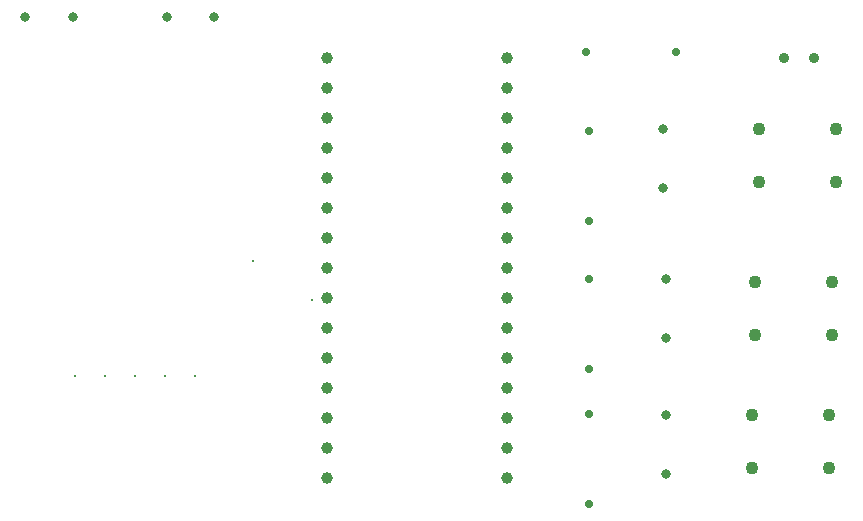
<source format=gbr>
%TF.GenerationSoftware,KiCad,Pcbnew,9.0.4*%
%TF.CreationDate,2025-10-12T14:44:03+03:00*%
%TF.ProjectId,test_work_1,74657374-5f77-46f7-926b-5f312e6b6963,rev?*%
%TF.SameCoordinates,Original*%
%TF.FileFunction,Plated,1,4,PTH,Drill*%
%TF.FilePolarity,Positive*%
%FSLAX46Y46*%
G04 Gerber Fmt 4.6, Leading zero omitted, Abs format (unit mm)*
G04 Created by KiCad (PCBNEW 9.0.4) date 2025-10-12 14:44:03*
%MOMM*%
%LPD*%
G01*
G04 APERTURE LIST*
%TA.AperFunction,ViaDrill*%
%ADD10C,0.300000*%
%TD*%
%TA.AperFunction,ComponentDrill*%
%ADD11C,0.700000*%
%TD*%
%TA.AperFunction,ComponentDrill*%
%ADD12C,0.800000*%
%TD*%
%TA.AperFunction,ComponentDrill*%
%ADD13C,0.900000*%
%TD*%
%TA.AperFunction,ComponentDrill*%
%ADD14C,1.000000*%
%TD*%
%TA.AperFunction,ComponentDrill*%
%ADD15C,1.100000*%
%TD*%
G04 APERTURE END LIST*
D10*
X108920000Y-94460000D03*
X111460000Y-94460000D03*
X114000000Y-94460000D03*
X116540000Y-94460000D03*
X119080000Y-94460000D03*
X124000000Y-84703000D03*
X129000000Y-88000000D03*
D11*
%TO.C,R4*%
X152190000Y-67000000D03*
%TO.C,R3*%
X152500000Y-73690000D03*
X152500000Y-81310000D03*
%TO.C,R2*%
X152500000Y-86190000D03*
X152500000Y-93810000D03*
%TO.C,R1*%
X152500000Y-97690000D03*
X152500000Y-105310000D03*
%TO.C,R4*%
X159810000Y-67000000D03*
D12*
%TO.C,U3*%
X104730000Y-64000000D03*
X108730000Y-64000000D03*
X116730000Y-64000000D03*
X120730000Y-64000000D03*
%TO.C,C3*%
X158750000Y-73500000D03*
X158750000Y-78500000D03*
%TO.C,C2*%
X159000000Y-86250000D03*
X159000000Y-91250000D03*
%TO.C,C1*%
X159000000Y-97750000D03*
X159000000Y-102750000D03*
D13*
%TO.C,D1*%
X168985000Y-67500000D03*
X171525000Y-67500000D03*
D14*
%TO.C,A1*%
X130250000Y-67550000D03*
X130250000Y-70090000D03*
X130250000Y-72630000D03*
X130250000Y-75170000D03*
X130250000Y-77710000D03*
X130250000Y-80250000D03*
X130250000Y-82790000D03*
X130250000Y-85330000D03*
X130250000Y-87870000D03*
X130250000Y-90410000D03*
X130250000Y-92950000D03*
X130250000Y-95490000D03*
X130250000Y-98030000D03*
X130250000Y-100570000D03*
X130250000Y-103110000D03*
X145490000Y-67550000D03*
X145490000Y-70090000D03*
X145490000Y-72630000D03*
X145490000Y-75170000D03*
X145490000Y-77710000D03*
X145490000Y-80250000D03*
X145490000Y-82790000D03*
X145490000Y-85330000D03*
X145490000Y-87870000D03*
X145490000Y-90410000D03*
X145490000Y-92950000D03*
X145490000Y-95490000D03*
X145490000Y-98030000D03*
X145490000Y-100570000D03*
X145490000Y-103110000D03*
D15*
%TO.C,SW1*%
X166250000Y-97750000D03*
X166250000Y-102250000D03*
%TO.C,SW2*%
X166500000Y-86500000D03*
X166500000Y-91000000D03*
%TO.C,SW3*%
X166878000Y-73533000D03*
X166878000Y-78033000D03*
%TO.C,SW1*%
X172750000Y-97750000D03*
X172750000Y-102250000D03*
%TO.C,SW2*%
X173000000Y-86500000D03*
X173000000Y-91000000D03*
%TO.C,SW3*%
X173378000Y-73533000D03*
X173378000Y-78033000D03*
M02*

</source>
